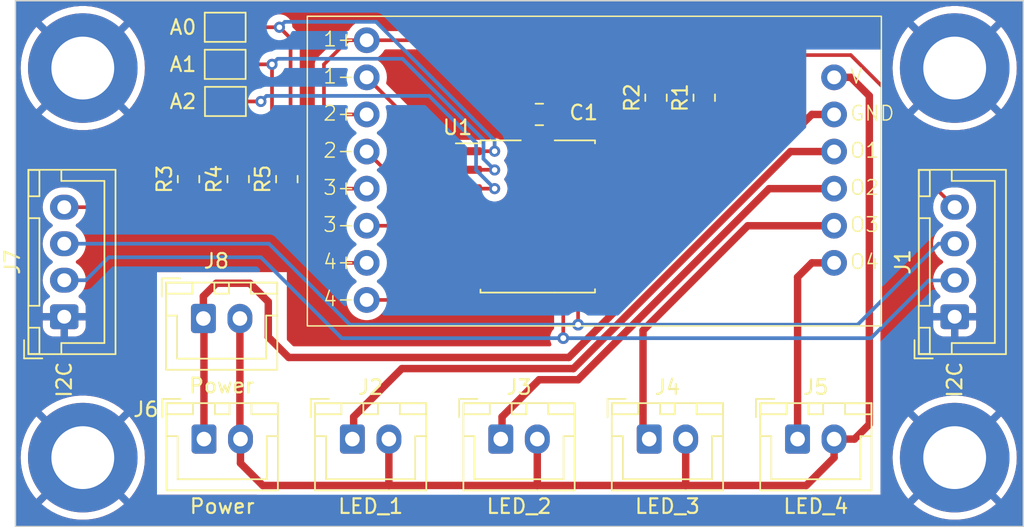
<source format=kicad_pcb>
(kicad_pcb (version 20221018) (generator pcbnew)
  (layers (0 "F.Cu" signal) (31 "B.Cu" signal) (34 "B.Paste" user) (35 "F.Paste" user) (36 "B.SilkS" user "B.Silkscreen") (37 "F.SilkS" user "F.Silkscreen") (38 "B.Mask" user) (39 "F.Mask" user) (44 "Edge.Cuts" user))
  (net 0 "")
  (net 1 "+VSW")
  (net 2 "GND")
  (net 3 "SDA")
  (net 4 "SCL")
  (net 5 "LED_1")
  (net 6 "LED_2")
  (net 7 "LED_3")
  (net 8 "LED_4")
  (net 10 "LED_4_24V")
  (net 11 "LED_3_24V")
  (net 12 "LED_2_24V")
  (net 13 "LED_1_24V")
  (net 14 "GND2")
  (net 15 "+24V")
  (net 16 "Net-(JP1-B)")
  (net 17 "Net-(JP2-B)")
  (net 18 "Net-(JP3-B)")
  (footprint "Connector_JST:JST_XH_B2B-XH-A_1x02_P2.50mm_Vertical" (layer "F.Cu") (at 62.865 71.755)
    (fp_text reference "J8" (at 0.889 -3.937) (layer "F.SilkS"))
    (fp_text value "Power" (at 1.25 4.6) (layer "F.SilkS"))
    (fp_line (start -2.85 -2.75) (end -2.85 -1.5) (stroke (width 0.12)) (layer "F.SilkS"))
    (fp_line (start -2.56 -2.46) (end -2.56 3.51) (stroke (width 0.12)) (layer "F.SilkS"))
    (fp_line (start -2.56 3.51) (end 5.06 3.51) (stroke (width 0.12)) (layer "F.SilkS"))
    (fp_line (start -2.55 -2.45) (end -2.55 -1.7) (stroke (width 0.12)) (layer "F.SilkS"))
    (fp_line (start -2.55 -1.7) (end -0.75 -1.7) (stroke (width 0.12)) (layer "F.SilkS"))
    (fp_line (start -2.55 -0.2) (end -1.8 -0.2) (stroke (width 0.12)) (layer "F.SilkS"))
    (fp_line (start -1.8 -0.2) (end -1.8 2.75) (stroke (width 0.12)) (layer "F.SilkS"))
    (fp_line (start -1.8 2.75) (end 1.25 2.75) (stroke (width 0.12)) (layer "F.SilkS"))
    (fp_line (start -1.6 -2.75) (end -2.85 -2.75) (stroke (width 0.12)) (layer "F.SilkS"))
    (fp_line (start -0.75 -2.45) (end -2.55 -2.45) (stroke (width 0.12)) (layer "F.SilkS"))
    (fp_line (start -0.75 -1.7) (end -0.75 -2.45) (stroke (width 0.12)) (layer "F.SilkS"))
    (fp_line (start 0.75 -2.45) (end 0.75 -1.7) (stroke (width 0.12)) (layer "F.SilkS"))
    (fp_line (start 0.75 -1.7) (end 1.75 -1.7) (stroke (width 0.12)) (layer "F.SilkS"))
    (fp_line (start 1.75 -2.45) (end 0.75 -2.45) (stroke (width 0.12)) (layer "F.SilkS"))
    (fp_line (start 1.75 -1.7) (end 1.75 -2.45) (stroke (width 0.12)) (layer "F.SilkS"))
    (fp_line (start 3.25 -2.45) (end 3.25 -1.7) (stroke (width 0.12)) (layer "F.SilkS"))
    (fp_line (start 3.25 -1.7) (end 5.05 -1.7) (stroke (width 0.12)) (layer "F.SilkS"))
    (fp_line (start 4.3 -0.2) (end 4.3 2.75) (stroke (width 0.12)) (layer "F.SilkS"))
    (fp_line (start 4.3 2.75) (end 1.25 2.75) (stroke (width 0.12)) (layer "F.SilkS"))
    (fp_line (start 5.05 -2.45) (end 3.25 -2.45) (stroke (width 0.12)) (layer "F.SilkS"))
    (fp_line (start 5.05 -1.7) (end 5.05 -2.45) (stroke (width 0.12)) (layer "F.SilkS"))
    (fp_line (start 5.05 -0.2) (end 4.3 -0.2) (stroke (width 0.12)) (layer "F.SilkS"))
    (fp_line (start 5.06 -2.46) (end -2.56 -2.46) (stroke (width 0.12)) (layer "F.SilkS"))
    (fp_line (start 5.06 3.51) (end 5.06 -2.46) (stroke (width 0.12)) (layer "F.SilkS"))
    (pad "1" thru_hole roundrect (at 0 0) (size 1.7 2) (drill 1) (layers "*.Cu" "*.Mask") (roundrect_rratio 0.1470588235) (net 14 "GND2"))
    (pad "2" thru_hole oval (at 2.5 0) (size 1.7 2) (drill 1) (layers "*.Cu" "*.Mask") (net 15 "+24V"))
  )
  (footprint "Jumper:SolderJumper-2_P1.3mm_Open_Pad1.0x1.5mm" (layer "F.Cu") (at 64.359 54.356)
    (fp_text reference "JP2" hide)
    (fp_text value "A1" (at -2.891 0) (layer "F.SilkS"))
    (fp_line (start -1.4 -1) (end 1.4 -1) (stroke (width 0.12)) (layer "F.SilkS"))
    (fp_line (start -1.4 1) (end -1.4 -1) (stroke (width 0.12)) (layer "F.SilkS"))
    (fp_line (start 1.4 -1) (end 1.4 1) (stroke (width 0.12)) (layer "F.SilkS"))
    (fp_line (start 1.4 1) (end -1.4 1) (stroke (width 0.12)) (layer "F.SilkS"))
    (pad "1" smd rect (at -0.65 0) (size 1 1.5) (layers "F.Cu" "F.Mask") (net 2 "GND"))
    (pad "2" smd rect (at 0.65 0) (size 1 1.5) (layers "F.Cu" "F.Mask") (net 17 "Net-(JP2-B)"))
  )
  (footprint "Jumper:SolderJumper-2_P1.3mm_Open_Pad1.0x1.5mm" (layer "F.Cu") (at 64.374 56.896)
    (fp_text reference "JP3" hide)
    (fp_text value "A2" (at -2.906 0) (layer "F.SilkS"))
    (fp_line (start -1.4 -1) (end 1.4 -1) (stroke (width 0.12)) (layer "F.SilkS"))
    (fp_line (start -1.4 1) (end -1.4 -1) (stroke (width 0.12)) (layer "F.SilkS"))
    (fp_line (start 1.4 -1) (end 1.4 1) (stroke (width 0.12)) (layer "F.SilkS"))
    (fp_line (start 1.4 1) (end -1.4 1) (stroke (width 0.12)) (layer "F.SilkS"))
    (pad "1" smd rect (at -0.65 0) (size 1 1.5) (layers "F.Cu" "F.Mask") (net 2 "GND"))
    (pad "2" smd rect (at 0.65 0) (size 1 1.5) (layers "F.Cu" "F.Mask") (net 18 "Net-(JP3-B)"))
  )
  (footprint "Resistor_SMD:R_0805_2012Metric_Pad1.20x1.40mm_HandSolder" (layer "F.Cu") (at 68.58 62.214 90)
    (fp_text reference "R5" (at 0 -1.65 90) (layer "F.SilkS"))
    (fp_text value "10K")
    (fp_line (start -0.227064 -0.735) (end 0.227064 -0.735) (stroke (width 0.12)) (layer "F.SilkS"))
    (fp_line (start -0.227064 0.735) (end 0.227064 0.735) (stroke (width 0.12)) (layer "F.SilkS"))
    (pad "1" smd roundrect (at -1 0 90) (size 1.2 1.4) (layers "F.Cu" "F.Paste" "F.Mask") (roundrect_rratio 0.208333) (net 1 "+VSW"))
    (pad "2" smd roundrect (at 1 0 90) (size 1.2 1.4) (layers "F.Cu" "F.Paste" "F.Mask") (roundrect_rratio 0.208333) (net 16 "Net-(JP1-B)"))
  )
  (footprint "MountingHole:MountingHole_4.3mm_M4_DIN965_Pad" (layer "F.Cu") (at 114.3 54.61)
    (fp_text reference "H4" hide)
    (fp_text value "MountingHole_Pad" hide)
    (pad "1" thru_hole circle (at 0 0) (size 7.5 7.5) (drill 4.3) (layers "*.Cu" "*.Mask") (net 2 "GND"))
  )
  (footprint "Connector_JST:JST_XH_B2B-XH-A_1x02_P2.50mm_Vertical" (layer "F.Cu") (at 93.385 80.01)
    (fp_text reference "J4" (at 1.25 -3.55) (layer "F.SilkS"))
    (fp_text value "LED_3" (at 1.25 4.6) (layer "F.SilkS"))
    (fp_line (start -2.85 -2.75) (end -2.85 -1.5) (stroke (width 0.12)) (layer "F.SilkS"))
    (fp_line (start -2.56 -2.46) (end -2.56 3.51) (stroke (width 0.12)) (layer "F.SilkS"))
    (fp_line (start -2.56 3.51) (end 5.06 3.51) (stroke (width 0.12)) (layer "F.SilkS"))
    (fp_line (start -2.55 -2.45) (end -2.55 -1.7) (stroke (width 0.12)) (layer "F.SilkS"))
    (fp_line (start -2.55 -1.7) (end -0.75 -1.7) (stroke (width 0.12)) (layer "F.SilkS"))
    (fp_line (start -2.55 -0.2) (end -1.8 -0.2) (stroke (width 0.12)) (layer "F.SilkS"))
    (fp_line (start -1.8 -0.2) (end -1.8 2.75) (stroke (width 0.12)) (layer "F.SilkS"))
    (fp_line (start -1.8 2.75) (end 1.25 2.75) (stroke (width 0.12)) (layer "F.SilkS"))
    (fp_line (start -1.6 -2.75) (end -2.85 -2.75) (stroke (width 0.12)) (layer "F.SilkS"))
    (fp_line (start -0.75 -2.45) (end -2.55 -2.45) (stroke (width 0.12)) (layer "F.SilkS"))
    (fp_line (start -0.75 -1.7) (end -0.75 -2.45) (stroke (width 0.12)) (layer "F.SilkS"))
    (fp_line (start 0.75 -2.45) (end 0.75 -1.7) (stroke (width 0.12)) (layer "F.SilkS"))
    (fp_line (start 0.75 -1.7) (end 1.75 -1.7) (stroke (width 0.12)) (layer "F.SilkS"))
    (fp_line (start 1.75 -2.45) (end 0.75 -2.45) (stroke (width 0.12)) (layer "F.SilkS"))
    (fp_line (start 1.75 -1.7) (end 1.75 -2.45) (stroke (width 0.12)) (layer "F.SilkS"))
    (fp_line (start 3.25 -2.45) (end 3.25 -1.7) (stroke (width 0.12)) (layer "F.SilkS"))
    (fp_line (start 3.25 -1.7) (end 5.05 -1.7) (stroke (width 0.12)) (layer "F.SilkS"))
    (fp_line (start 4.3 -0.2) (end 4.3 2.75) (stroke (width 0.12)) (layer "F.SilkS"))
    (fp_line (start 4.3 2.75) (end 1.25 2.75) (stroke (width 0.12)) (layer "F.SilkS"))
    (fp_line (start 5.05 -2.45) (end 3.25 -2.45) (stroke (width 0.12)) (layer "F.SilkS"))
    (fp_line (start 5.05 -1.7) (end 5.05 -2.45) (stroke (width 0.12)) (layer "F.SilkS"))
    (fp_line (start 5.05 -0.2) (end 4.3 -0.2) (stroke (width 0.12)) (layer "F.SilkS"))
    (fp_line (start 5.06 -2.46) (end -2.56 -2.46) (stroke (width 0.12)) (layer "F.SilkS"))
    (fp_line (start 5.06 3.51) (end 5.06 -2.46) (stroke (width 0.12)) (layer "F.SilkS"))
    (pad "1" thru_hole roundrect (at 0 0) (size 1.7 2) (drill 1) (layers "*.Cu" "*.Mask") (roundrect_rratio 0.1470588235) (net 11 "LED_3_24V"))
    (pad "2" thru_hole oval (at 2.5 0) (size 1.7 2) (drill 1) (layers "*.Cu" "*.Mask") (net 15 "+24V"))
  )
  (footprint "Connector_JST:JST_XH_B2B-XH-A_1x02_P2.50mm_Vertical" (layer "F.Cu") (at 83.225 80.01)
    (fp_text reference "J3" (at 1.25 -3.55) (layer "F.SilkS"))
    (fp_text value "LED_2" (at 1.25 4.6) (layer "F.SilkS"))
    (fp_line (start -2.85 -2.75) (end -2.85 -1.5) (stroke (width 0.12)) (layer "F.SilkS"))
    (fp_line (start -2.56 -2.46) (end -2.56 3.51) (stroke (width 0.12)) (layer "F.SilkS"))
    (fp_line (start -2.56 3.51) (end 5.06 3.51) (stroke (width 0.12)) (layer "F.SilkS"))
    (fp_line (start -2.55 -2.45) (end -2.55 -1.7) (stroke (width 0.12)) (layer "F.SilkS"))
    (fp_line (start -2.55 -1.7) (end -0.75 -1.7) (stroke (width 0.12)) (layer "F.SilkS"))
    (fp_line (start -2.55 -0.2) (end -1.8 -0.2) (stroke (width 0.12)) (layer "F.SilkS"))
    (fp_line (start -1.8 -0.2) (end -1.8 2.75) (stroke (width 0.12)) (layer "F.SilkS"))
    (fp_line (start -1.8 2.75) (end 1.25 2.75) (stroke (width 0.12)) (layer "F.SilkS"))
    (fp_line (start -1.6 -2.75) (end -2.85 -2.75) (stroke (width 0.12)) (layer "F.SilkS"))
    (fp_line (start -0.75 -2.45) (end -2.55 -2.45) (stroke (width 0.12)) (layer "F.SilkS"))
    (fp_line (start -0.75 -1.7) (end -0.75 -2.45) (stroke (width 0.12)) (layer "F.SilkS"))
    (fp_line (start 0.75 -2.45) (end 0.75 -1.7) (stroke (width 0.12)) (layer "F.SilkS"))
    (fp_line (start 0.75 -1.7) (end 1.75 -1.7) (stroke (width 0.12)) (layer "F.SilkS"))
    (fp_line (start 1.75 -2.45) (end 0.75 -2.45) (stroke (width 0.12)) (layer "F.SilkS"))
    (fp_line (start 1.75 -1.7) (end 1.75 -2.45) (stroke (width 0.12)) (layer "F.SilkS"))
    (fp_line (start 3.25 -2.45) (end 3.25 -1.7) (stroke (width 0.12)) (layer "F.SilkS"))
    (fp_line (start 3.25 -1.7) (end 5.05 -1.7) (stroke (width 0.12)) (layer "F.SilkS"))
    (fp_line (start 4.3 -0.2) (end 4.3 2.75) (stroke (width 0.12)) (layer "F.SilkS"))
    (fp_line (start 4.3 2.75) (end 1.25 2.75) (stroke (width 0.12)) (layer "F.SilkS"))
    (fp_line (start 5.05 -2.45) (end 3.25 -2.45) (stroke (width 0.12)) (layer "F.SilkS"))
    (fp_line (start 5.05 -1.7) (end 5.05 -2.45) (stroke (width 0.12)) (layer "F.SilkS"))
    (fp_line (start 5.05 -0.2) (end 4.3 -0.2) (stroke (width 0.12)) (layer "F.SilkS"))
    (fp_line (start 5.06 -2.46) (end -2.56 -2.46) (stroke (width 0.12)) (layer "F.SilkS"))
    (fp_line (start 5.06 3.51) (end 5.06 -2.46) (stroke (width 0.12)) (layer "F.SilkS"))
    (pad "1" thru_hole roundrect (at 0 0) (size 1.7 2) (drill 1) (layers "*.Cu" "*.Mask") (roundrect_rratio 0.1470588235) (net 12 "LED_2_24V"))
    (pad "2" thru_hole oval (at 2.5 0) (size 1.7 2) (drill 1) (layers "*.Cu" "*.Mask") (net 15 "+24V"))
  )
  (footprint "Capacitor_SMD:C_0805_2012Metric_Pad1.18x1.45mm_HandSolder" (layer "F.Cu") (at 85.86625 57.785 180)
    (fp_text reference "C1" (at -3.03375 0.127) (layer "F.SilkS"))
    (fp_text value "C")
    (fp_line (start -0.261252 -0.735) (end 0.261252 -0.735) (stroke (width 0.12)) (layer "F.SilkS"))
    (fp_line (start -0.261252 0.735) (end 0.261252 0.735) (stroke (width 0.12)) (layer "F.SilkS"))
    (pad "1" smd roundrect (at -1.0375 0 180) (size 1.175 1.45) (layers "F.Cu" "F.Paste" "F.Mask") (roundrect_rratio 0.2127659574) (net 1 "+VSW"))
    (pad "2" smd roundrect (at 1.0375 0 180) (size 1.175 1.45) (layers "F.Cu" "F.Paste" "F.Mask") (roundrect_rratio 0.2127659574) (net 2 "GND"))
  )
  (footprint "Resistor_SMD:R_0805_2012Metric_Pad1.20x1.40mm_HandSolder" (layer "F.Cu") (at 61.849 62.214 90)
    (fp_text reference "R3" (at 0 -1.65 90) (layer "F.SilkS"))
    (fp_text value "10K")
    (fp_line (start -0.227064 -0.735) (end 0.227064 -0.735) (stroke (width 0.12)) (layer "F.SilkS"))
    (fp_line (start -0.227064 0.735) (end 0.227064 0.735) (stroke (width 0.12)) (layer "F.SilkS"))
    (pad "1" smd roundrect (at -1 0 90) (size 1.2 1.4) (layers "F.Cu" "F.Paste" "F.Mask") (roundrect_rratio 0.208333) (net 1 "+VSW"))
    (pad "2" smd roundrect (at 1 0 90) (size 1.2 1.4) (layers "F.Cu" "F.Paste" "F.Mask") (roundrect_rratio 0.208333) (net 18 "Net-(JP3-B)"))
  )
  (footprint "MountingHole:MountingHole_4.3mm_M4_DIN965_Pad" (layer "F.Cu") (at 54.61 54.61)
    (fp_text reference "H2" hide)
    (fp_text value "MountingHole_Pad" hide)
    (pad "1" thru_hole circle (at 0 0) (size 7.5 7.5) (drill 4.3) (layers "*.Cu" "*.Mask") (net 2 "GND"))
  )
  (footprint "MountingHole:MountingHole_4.3mm_M4_DIN965_Pad" (layer "F.Cu") (at 54.61 81.28)
    (fp_text reference "H3" hide)
    (fp_text value "MountingHole_Pad" hide)
    (pad "1" thru_hole circle (at 0 0) (size 7.5 7.5) (drill 4.3) (layers "*.Cu" "*.Mask") (net 2 "GND"))
  )
  (footprint "Connector_JST:JST_XH_B2B-XH-A_1x02_P2.50mm_Vertical" (layer "F.Cu") (at 103.545 80.01)
    (fp_text reference "J5" (at 1.25 -3.55) (layer "F.SilkS"))
    (fp_text value "LED_4" (at 1.25 4.6) (layer "F.SilkS"))
    (fp_line (start -2.85 -2.75) (end -2.85 -1.5) (stroke (width 0.12)) (layer "F.SilkS"))
    (fp_line (start -2.56 -2.46) (end -2.56 3.51) (stroke (width 0.12)) (layer "F.SilkS"))
    (fp_line (start -2.56 3.51) (end 5.06 3.51) (stroke (width 0.12)) (layer "F.SilkS"))
    (fp_line (start -2.55 -2.45) (end -2.55 -1.7) (stroke (width 0.12)) (layer "F.SilkS"))
    (fp_line (start -2.55 -1.7) (end -0.75 -1.7) (stroke (width 0.12)) (layer "F.SilkS"))
    (fp_line (start -2.55 -0.2) (end -1.8 -0.2) (stroke (width 0.12)) (layer "F.SilkS"))
    (fp_line (start -1.8 -0.2) (end -1.8 2.75) (stroke (width 0.12)) (layer "F.SilkS"))
    (fp_line (start -1.8 2.75) (end 1.25 2.75) (stroke (width 0.12)) (layer "F.SilkS"))
    (fp_line (start -1.6 -2.75) (end -2.85 -2.75) (stroke (width 0.12)) (layer "F.SilkS"))
    (fp_line (start -0.75 -2.45) (end -2.55 -2.45) (stroke (width 0.12)) (layer "F.SilkS"))
    (fp_line (start -0.75 -1.7) (end -0.75 -2.45) (stroke (width 0.12)) (layer "F.SilkS"))
    (fp_line (start 0.75 -2.45) (end 0.75 -1.7) (stroke (width 0.12)) (layer "F.SilkS"))
    (fp_line (start 0.75 -1.7) (end 1.75 -1.7) (stroke (width 0.12)) (layer "F.SilkS"))
    (fp_line (start 1.75 -2.45) (end 0.75 -2.45) (stroke (width 0.12)) (layer "F.SilkS"))
    (fp_line (start 1.75 -1.7) (end 1.75 -2.45) (stroke (width 0.12)) (layer "F.SilkS"))
    (fp_line (start 3.25 -2.45) (end 3.25 -1.7) (stroke (width 0.12)) (layer "F.SilkS"))
    (fp_line (start 3.25 -1.7) (end 5.05 -1.7) (stroke (width 0.12)) (layer "F.SilkS"))
    (fp_line (start 4.3 -0.2) (end 4.3 2.75) (stroke (width 0.12)) (layer "F.SilkS"))
    (fp_line (start 4.3 2.75) (end 1.25 2.75) (stroke (width 0.12)) (layer "F.SilkS"))
    (fp_line (start 5.05 -2.45) (end 3.25 -2.45) (stroke (width 0.12)) (layer "F.SilkS"))
    (fp_line (start 5.05 -1.7) (end 5.05 -2.45) (stroke (width 0.12)) (layer "F.SilkS"))
    (fp_line (start 5.05 -0.2) (end 4.3 -0.2) (stroke (width 0.12)) (layer "F.SilkS"))
    (fp_line (start 5.06 -2.46) (end -2.56 -2.46) (stroke (width 0.12)) (layer "F.SilkS"))
    (fp_line (start 5.06 3.51) (end 5.06 -2.46) (stroke (width 0.12)) (layer "F.SilkS"))
    (pad "1" thru_hole roundrect (at 0 0) (size 1.7 2) (drill 1) (layers "*.Cu" "*.Mask") (roundrect_rratio 0.1470588235) (net 10 "LED_4_24V"))
    (pad "2" thru_hole oval (at 2.5 0) (size 1.7 2) (drill 1) (layers "*.Cu" "*.Mask") (net 15 "+24V"))
  )
  (footprint "MountingHole:MountingHole_4.3mm_M4_DIN965_Pad" (layer "F.Cu") (at 114.3 81.28)
    (fp_text reference "H1" hide)
    (fp_text value "MountingHole_Pad" hide)
    (pad "1" thru_hole circle (at 0 0) (size 7.5 7.5) (drill 4.3) (layers "*.Cu" "*.Mask") (net 2 "GND"))
  )
  (footprint "Resistor_SMD:R_0805_2012Metric_Pad1.20x1.40mm_HandSolder" (layer "F.Cu") (at 65.249 62.214 90)
    (fp_text reference "R4" (at 0 -1.65 90) (layer "F.SilkS"))
    (fp_text value "10K")
    (fp_line (start -0.227064 -0.735) (end 0.227064 -0.735) (stroke (width 0.12)) (layer "F.SilkS"))
    (fp_line (start -0.227064 0.735) (end 0.227064 0.735) (stroke (width 0.12)) (layer "F.SilkS"))
    (pad "1" smd roundrect (at -1 0 90) (size 1.2 1.4) (layers "F.Cu" "F.Paste" "F.Mask") (roundrect_rratio 0.208333) (net 1 "+VSW"))
    (pad "2" smd roundrect (at 1 0 90) (size 1.2 1.4) (layers "F.Cu" "F.Paste" "F.Mask") (roundrect_rratio 0.208333) (net 17 "Net-(JP2-B)"))
  )
  (footprint "Connector_JST:JST_XH_B2B-XH-A_1x02_P2.50mm_Vertical" (layer "F.Cu") (at 73.065 80.01)
    (fp_text reference "J2" (at 1.25 -3.55) (layer "F.SilkS"))
    (fp_text value "LED_1" (at 1.25 4.6) (layer "F.SilkS"))
    (fp_line (start -2.85 -2.75) (end -2.85 -1.5) (stroke (width 0.12)) (layer "F.SilkS"))
    (fp_line (start -2.56 -2.46) (end -2.56 3.51) (stroke (width 0.12)) (layer "F.SilkS"))
    (fp_line (start -2.56 3.51) (end 5.06 3.51) (stroke (width 0.12)) (layer "F.SilkS"))
    (fp_line (start -2.55 -2.45) (end -2.55 -1.7) (stroke (width 0.12)) (layer "F.SilkS"))
    (fp_line (start -2.55 -1.7) (end -0.75 -1.7) (stroke (width 0.12)) (layer "F.SilkS"))
    (fp_line (start -2.55 -0.2) (end -1.8 -0.2) (stroke (width 0.12)) (layer "F.SilkS"))
    (fp_line (start -1.8 -0.2) (end -1.8 2.75) (stroke (width 0.12)) (layer "F.SilkS"))
    (fp_line (start -1.8 2.75) (end 1.25 2.75) (stroke (width 0.12)) (layer "F.SilkS"))
    (fp_line (start -1.6 -2.75) (end -2.85 -2.75) (stroke (width 0.12)) (layer "F.SilkS"))
    (fp_line (start -0.75 -2.45) (end -2.55 -2.45) (stroke (width 0.12)) (layer "F.SilkS"))
    (fp_line (start -0.75 -1.7) (end -0.75 -2.45) (stroke (width 0.12)) (layer "F.SilkS"))
    (fp_line (start 0.75 -2.45) (end 0.75 -1.7) (stroke (width 0.12)) (layer "F.SilkS"))
    (fp_line (start 0.75 -1.7) (end 1.75 -1.7) (stroke (width 0.12)) (layer "F.SilkS"))
    (fp_line (start 1.75 -2.45) (end 0.75 -2.45) (stroke (width 0.12)) (layer "F.SilkS"))
    (fp_line (start 1.75 -1.7) (end 1.75 -2.45) (stroke (width 0.12)) (layer "F.SilkS"))
    (fp_line (start 3.25 -2.45) (end 3.25 -1.7) (stroke (width 0.12)) (layer "F.SilkS"))
    (fp_line (start 3.25 -1.7) (end 5.05 -1.7) (stroke (width 0.12)) (layer "F.SilkS"))
    (fp_line (start 4.3 -0.2) (end 4.3 2.75) (stroke (width 0.12)) (layer "F.SilkS"))
    (fp_line (start 4.3 2.75) (end 1.25 2.75) (stroke (width 0.12)) (layer "F.SilkS"))
    (fp_line (start 5.05 -2.45) (end 3.25 -2.45) (stroke (width 0.12)) (layer "F.SilkS"))
    (fp_line (start 5.05 -1.7) (end 5.05 -2.45) (stroke (width 0.12)) (layer "F.SilkS"))
    (fp_line (start 5.05 -0.2) (end 4.3 -0.2) (stroke (width 0.12)) (layer "F.SilkS"))
    (fp_line (start 5.06 -2.46) (end -2.56 -2.46) (stroke (width 0.12)) (layer "F.SilkS"))
    (fp_line (start 5.06 3.51) (end 5.06 -2.46) (stroke (width 0.12)) (layer "F.SilkS"))
    (pad "1" thru_hole roundrect (at 0 0) (size 1.7 2) (drill 1) (layers "*.Cu" "*.Mask") (roundrect_rratio 0.1470588235) (net 13 "LED_1_24V"))
    (pad "2" thru_hole oval (at 2.5 0) (size 1.7 2) (drill 1) (layers "*.Cu" "*.Mask") (net 15 "+24V"))
  )
  (footprint "Jumper:SolderJumper-2_P1.3mm_Open_Pad1.0x1.5mm" (layer "F.Cu") (at 64.359 51.816)
    (fp_text reference "JP1" hide)
    (fp_text value "A0" (at -2.891 0) (layer "F.SilkS"))
    (fp_line (start -1.4 -1) (end 1.4 -1) (stroke (width 0.12)) (layer "F.SilkS"))
    (fp_line (start -1.4 1) (end -1.4 -1) (stroke (width 0.12)) (layer "F.SilkS"))
    (fp_line (start 1.4 -1) (end 1.4 1) (stroke (width 0.12)) (layer "F.SilkS"))
    (fp_line (start 1.4 1) (end -1.4 1) (stroke (width 0.12)) (layer "F.SilkS"))
    (pad "1" smd rect (at -0.65 0) (size 1 1.5) (layers "F.Cu" "F.Mask") (net 2 "GND"))
    (pad "2" smd rect (at 0.65 0) (size 1 1.5) (layers "F.Cu" "F.Mask") (net 16 "Net-(JP1-B)"))
  )
  (footprint "Resistor_SMD:R_0805_2012Metric_Pad1.20x1.40mm_HandSolder" (layer "F.Cu") (at 93.853 56.642 90)
    (fp_text reference "R2" (at 0 -1.65 90) (layer "F.SilkS"))
    (fp_text value "10K")
    (fp_line (start -0.227064 -0.735) (end 0.227064 -0.735) (stroke (width 0.12)) (layer "F.SilkS"))
    (fp_line (start -0.227064 0.735) (end 0.227064 0.735) (stroke (width 0.12)) (layer "F.SilkS"))
    (pad "1" smd roundrect (at -1 0 90) (size 1.2 1.4) (layers "F.Cu" "F.Paste" "F.Mask") (roundrect_rratio 0.2083333333) (net 3 "SDA"))
    (pad "2" smd roundrect (at 1 0 90) (size 1.2 1.4) (layers "F.Cu" "F.Paste" "F.Mask") (roundrect_rratio 0.2083333333) (net 1 "+VSW"))
  )
  (footprint "Connector_JST:JST_XH_B4B-XH-A_1x04_P2.50mm_Vertical" (layer "F.Cu") (at 53.34 71.635 90)
    (fp_text reference "J7" (at 3.75 -3.55 90) (layer "F.SilkS"))
    (fp_text value "I2C" (at -4.311 0 90) (layer "F.SilkS"))
    (fp_line (start -2.85 -2.75) (end -2.85 -1.5) (stroke (width 0.12)) (layer "F.SilkS"))
    (fp_line (start -2.56 -2.46) (end -2.56 3.51) (stroke (width 0.12)) (layer "F.SilkS"))
    (fp_line (start -2.56 3.51) (end 10.06 3.51) (stroke (width 0.12)) (layer "F.SilkS"))
    (fp_line (start -2.55 -2.45) (end -2.55 -1.7) (stroke (width 0.12)) (layer "F.SilkS"))
    (fp_line (start -2.55 -1.7) (end -0.75 -1.7) (stroke (width 0.12)) (layer "F.SilkS"))
    (fp_line (start -2.55 -0.2) (end -1.8 -0.2) (stroke (width 0.12)) (layer "F.SilkS"))
    (fp_line (start -1.8 -0.2) (end -1.8 2.75) (stroke (width 0.12)) (layer "F.SilkS"))
    (fp_line (start -1.8 2.75) (end 3.75 2.75) (stroke (width 0.12)) (layer "F.SilkS"))
    (fp_line (start -1.6 -2.75) (end -2.85 -2.75) (stroke (width 0.12)) (layer "F.SilkS"))
    (fp_line (start -0.75 -2.45) (end -2.55 -2.45) (stroke (width 0.12)) (layer "F.SilkS"))
    (fp_line (start -0.75 -1.7) (end -0.75 -2.45) (stroke (width 0.12)) (layer "F.SilkS"))
    (fp_line (start 0.75 -2.45) (end 0.75 -1.7) (stroke (width 0.12)) (layer "F.SilkS"))
    (fp_line (start 0.75 -1.7) (end 6.75 -1.7) (stroke (width 0.12)) (layer "F.SilkS"))
    (fp_line (start 6.75 -2.45) (end 0.75 -2.45) (stroke (width 0.12)) (layer "F.SilkS"))
    (fp_line (start 6.75 -1.7) (end 6.75 -2.45) (stroke (width 0.12)) (layer "F.SilkS"))
    (fp_line (start 8.25 -2.45) (end 8.25 -1.7) (stroke (width 0.12)) (layer "F.SilkS"))
    (fp_line (start 8.25 -1.7) (end 10.05 -1.7) (stroke (width 0.12)) (layer "F.SilkS"))
    (fp_line (start 9.3 -0.2) (end 9.3 2.75) (stroke (width 0.12)) (layer "F.SilkS"))
    (fp_line (start 9.3 2.75) (end 3.75 2.75) (stroke (width 0.12)) (layer "F.SilkS"))
    (fp_line (start 10.05 -2.45) (end 8.25 -2.45) (stroke (width 0.12)) (layer "F.SilkS"))
    (fp_line (start 10.05 -1.7) (end 10.05 -2.45) (stroke (width 0.12)) (layer "F.SilkS"))
    (fp_line (start 10.05 -0.2) (end 9.3 -0.2) (stroke (width 0.12)) (layer "F.SilkS"))
    (fp_line (start 10.06 -2.46) (end -2.56 -2.46) (stroke (width 0.12)) (layer "F.SilkS"))
    (fp_line (start 10.06 3.51) (end 10.06 -2.46) (stroke (width 0.12)) (layer "F.SilkS"))
    (pad "1" thru_hole roundrect (at 0 0 90) (size 1.7 1.95) (drill 0.95) (layers "*.Cu" "*.Mask") (roundrect_rratio 0.1470588235) (net 2 "GND"))
    (pad "2" thru_hole oval (at 2.5 0 90) (size 1.7 1.95) (drill 0.95) (layers "*.Cu" "*.Mask") (net 3 "SDA"))
    (pad "3" thru_hole oval (at 5 0 90) (size 1.7 1.95) (drill 0.95) (layers "*.Cu" "*.Mask") (net 4 "SCL"))
    (pad "4" thru_hole oval (at 7.5 0 90) (size 1.7 1.95) (drill 0.95) (layers "*.Cu" "*.Mask") (net 1 "+VSW"))
  )
  (footprint "Library:SO-16_7,7x10.2mm_P1.27mm-PCF8574" (layer "F.Cu") (at 84.59625 64.77)
    (fp_text reference "U1" (at -4.33225 -6.096) (layer "F.SilkS"))
    (fp_text value "PCF8574")
    (fp_line (start -2.76 -5.21) (end -2.76 -5.005) (stroke (width 0.12)) (layer "F.SilkS"))
    (fp_line (start -2.76 -5.005) (end -4.45 -5.005) (stroke (width 0.12)) (layer "F.SilkS"))
    (fp_line (start -2.76 5.21) (end -2.76 5.005) (stroke (width 0.12)) (layer "F.SilkS"))
    (fp_line (start 0 -5.21) (end -2.76 -5.21) (stroke (width 0.12)) (layer "F.SilkS"))
    (fp_line (start 2.32 -5.21) (end 5.08 -5.21) (stroke (width 0.12)) (layer "F.SilkS"))
    (fp_line (start 2.32 5.21) (end -2.76 5.21) (stroke (width 0.12)) (layer "F.SilkS"))
    (fp_line (start 2.32 5.21) (end 5.08 5.21) (stroke (width 0.12)) (layer "F.SilkS"))
    (fp_line (start 5.08 -5.21) (end 5.08 -5.005) (stroke (width 0.12)) (layer "F.SilkS"))
    (fp_line (start 5.08 5.1825) (end 5.08 4.9775) (stroke (width 0.12)) (layer "F.SilkS"))
    (pad "1" smd roundrect (at -3.81 -4.468) (size 2.291 0.554) (layers "F.Cu" "F.Paste" "F.Mask") (net 16 "Net-(JP1-B)"))
    (pad "2" smd roundrect (at -3.81 -3.198) (size 2.291 0.554) (layers "F.Cu" "F.Paste" "F.Mask") (net 17 "Net-(JP2-B)"))
    (pad "3" smd roundrect (at -3.81 -1.905) (size 2.291 0.6) (layers "F.Cu" "F.Paste" "F.Mask") (net 18 "Net-(JP3-B)"))
    (pad "4" smd roundrect (at -3.81 -0.635) (size 2.291 0.6) (layers "F.Cu" "F.Paste" "F.Mask") (net 5 "LED_1"))
    (pad "5" smd roundrect (at -3.81 0.612) (size 2.291 0.554) (layers "F.Cu" "F.Paste" "F.Mask") (net 6 "LED_2"))
    (pad "6" smd roundrect (at -3.81 1.905) (size 2.291 0.6) (layers "F.Cu" "F.Paste" "F.Mask") (net 7 "LED_3"))
    (pad "7" smd roundrect (at -3.81 3.152) (size 2.291 0.554) (layers "F.Cu" "F.Paste" "F.Mask") (net 8 "LED_4"))
    (pad "8" smd roundrect (at -3.81 4.422) (size 2.291 0.554) (layers "F.Cu" "F.Paste" "F.Mask") (net 2 "GND"))
    (pad "9" smd roundrect (at 6.20875 4.445) (size 2.2575 0.6) (layers "F.Cu" "F.Paste" "F.Mask"))
    (pad "10" smd roundrect (at 6.20875 3.175) (size 2.2575 0.6) (layers "F.Cu" "F.Paste" "F.Mask"))
    (pad "11" smd roundrect (at 6.20875 1.905) (size 2.2575 0.6) (layers "F.Cu" "F.Paste" "F.Mask"))
    (pad "12" smd roundrect (at 6.20875 0.635) (size 2.2575 0.6) (layers "F.Cu" "F.Paste" "F.Mask"))
    (pad "13" smd roundrect (at 6.20875 -0.635) (size 2.2575 0.6) (layers "F.Cu" "F.Paste" "F.Mask"))
    (pad "14" smd roundrect (at 6.20875 -1.905) (size 2.2575 0.6) (layers "F.Cu" "F.Paste" "F.Mask") (net 4 "SCL"))
    (pad "15" smd roundrect (at 6.20875 -3.175) (size 2.2575 0.6) (layers "F.Cu" "F.Paste" "F.Mask") (net 3 "SDA"))
    (pad "16" smd roundrect (at 6.20875 -4.445) (size 2.2575 0.6) (layers "F.Cu" "F.Paste" "F.Mask") (net 1 "+VSW"))
  )
  (footprint "Connector_JST:JST_XH_B4B-XH-A_1x04_P2.50mm_Vertical" (layer "F.Cu") (at 114.3 71.635 90)
    (fp_text reference "J1" (at 3.75 -3.55 90) (layer "F.SilkS"))
    (fp_text value "I2C" (at -4.311 0 90) (layer "F.SilkS"))
    (fp_line (start -2.85 -2.75) (end -2.85 -1.5) (stroke (width 0.12)) (layer "F.SilkS"))
    (fp_line (start -2.56 -2.46) (end -2.56 3.51) (stroke (width 0.12)) (layer "F.SilkS"))
    (fp_line (start -2.56 3.51) (end 10.06 3.51) (stroke (width 0.12)) (layer "F.SilkS"))
    (fp_line (start -2.55 -2.45) (end -2.55 -1.7) (stroke (width 0.12)) (layer "F.SilkS"))
    (fp_line (start -2.55 -1.7) (end -0.75 -1.7) (stroke (width 0.12)) (layer "F.SilkS"))
    (fp_line (start -2.55 -0.2) (end -1.8 -0.2) (stroke (width 0.12)) (layer "F.SilkS"))
    (fp_line (start -1.8 -0.2) (end -1.8 2.75) (stroke (width 0.12)) (layer "F.SilkS"))
    (fp_line (start -1.8 2.75) (end 3.75 2.75) (stroke (width 0.12)) (layer "F.SilkS"))
    (fp_line (start -1.6 -2.75) (end -2.85 -2.75) (stroke (width 0.12)) (layer "F.SilkS"))
    (fp_line (start -0.75 -2.45) (end -2.55 -2.45) (stroke (width 0.12)) (layer "F.SilkS"))
    (fp_line (start -0.75 -1.7) (end -0.75 -2.45) (stroke (width 0.12)) (layer "F.SilkS"))
    (fp_line (start 0.75 -2.45) (end 0.75 -1.7) (stroke (width 0.12)) (layer "F.SilkS"))
    (fp_line (start 0.75 -1.7) (end 6.75 -1.7) (stroke (width 0.12)) (layer "F.SilkS"))
    (fp_line (start 6.75 -2.45) (end 0.75 -2.45) (stroke (width 0.12)) (layer "F.SilkS"))
    (fp_line (start 6.75 -1.7) (end 6.75 -2.45) (stroke (width 0.12)) (layer "F.SilkS"))
    (fp_line (start 8.25 -2.45) (end 8.25 -1.7) (stroke (width 0.12)) (layer "F.SilkS"))
    (fp_line (start 8.25 -1.7) (end 10.05 -1.7) (stroke (width 0.12)) (layer "F.SilkS"))
    (fp_line (start 9.3 -0.2) (end 9.3 2.75) (stroke (width 0.12)) (layer "F.SilkS"))
    (fp_line (start 9.3 2.75) (end 3.75 2.75) (stroke (width 0.12)) (layer "F.SilkS"))
    (fp_line (start 10.05 -2.45) (end 8.25 -2.45) (stroke (width 0.12)) (layer "F.SilkS"))
    (fp_line (start 10.05 -1.7) (end 10.05 -2.45) (stroke (width 0.12)) (layer "F.SilkS"))
    (fp_line (start 10.05 -0.2) (end 9.3 -0.2) (stroke (width 0.12)) (layer "F.SilkS"))
    (fp_line (start 10.06 -2.46) (end -2.56 -2.46) (stroke (width 0.12)) (layer "F.SilkS"))
    (fp_line (start 10.06 3.51) (end 10.06 -2.46) (stroke (width 0.12)) (layer "F.SilkS"))
    (pad "1" thru_hole roundrect (at 0 0 90) (size 1.7 1.95) (drill 0.95) (layers "*.Cu" "*.Mask") (roundrect_rratio 0.1470588235) (net 2 "GND"))
    (pad "2" thru_hole oval (at 2.5 0 90) (size 1.7 1.95) (drill 0.95) (layers "*.Cu" "*.Mask") (net 3 "SDA"))
    (pad "3" thru_hole oval (at 5 0 90) (size 1.7 1.95) (drill 0.95) (layers "*.Cu" "*.Mask") (net 4 "SCL"))
    (pad "4" thru_hole oval (at 7.5 0 90) (size 1.7 1.95) (drill 0.95) (layers "*.Cu" "*.Mask") (net 1 "+VSW"))
  )
  (footprint "Connector_JST:JST_XH_B2B-XH-A_1x02_P2.50mm_Vertical" (layer "F.Cu") (at 62.905 80.01)
    (fp_text reference "J6" (at -3.977 -2.032) (layer "F.SilkS"))
    (fp_text value "Power" (at 1.25 4.6) (layer "F.SilkS"))
    (fp_line (start -2.85 -2.75) (end -2.85 -1.5) (stroke (width 0.12)) (layer "F.SilkS"))
    (fp_line (start -2.56 -2.46) (end -2.56 3.51) (stroke (width 0.12)) (layer "F.SilkS"))
    (fp_line (start -2.56 3.51) (end 5.06 3.51) (stroke (width 0.12)) (layer "F.SilkS"))
    (fp_line (start -2.55 -2.45) (end -2.55 -1.7) (stroke (width 0.12)) (layer "F.SilkS"))
    (fp_line (start -2.55 -1.7) (end -0.75 -1.7) (stroke (width 0.12)) (layer "F.SilkS"))
    (fp_line (start -2.55 -0.2) (end -1.8 -0.2) (stroke (width 0.12)) (layer "F.SilkS"))
    (fp_line (start -1.8 -0.2) (end -1.8 2.75) (stroke (width 0.12)) (layer "F.SilkS"))
    (fp_line (start -1.8 2.75) (end 1.25 2.75) (stroke (width 0.12)) (layer "F.SilkS"))
    (fp_line (start -1.6 -2.75) (end -2.85 -2.75) (stroke (width 0.12)) (layer "F.SilkS"))
    (fp_line (start -0.75 -2.45) (end -2.55 -2.45) (stroke (width 0.12)) (layer "F.SilkS"))
    (fp_line (start -0.75 -1.7) (end -0.75 -2.45) (stroke (width 0.12)) (layer "F.SilkS"))
    (fp_line (start 0.75 -2.45) (end 0.75 -1.7) (stroke (width 0.12)) (layer "F.SilkS"))
    (fp_line (start 0.75 -1.7) (end 1.75 -1.7) (stroke (width 0.12)) (layer "F.SilkS"))
    (fp_line (start 1.75 -2.45) (end 0.75 -2.45) (stroke (width 0.12)) (layer "F.SilkS"))
    (fp_line (start 1.75 -1.7) (end 1.75 -2.45) (stroke (width 0.12)) (layer "F.SilkS"))
    (fp_line (start 3.25 -2.45) (end 3.25 -1.7) (stroke (width 0.12)) (layer "F.SilkS"))
    (fp_line (start 3.25 -1.7) (end 5.05 -1.7) (stroke (width 0.12)) (layer "F.SilkS"))
    (fp_line (start 4.3 -0.2) (end 4.3 2.75) (stroke (width 0.12)) (layer "F.SilkS"))
    (fp_line (start 4.3 2.75) (end 1.25 2.75) (stroke (width 0.12)) (layer "F.SilkS"))
    (fp_line (start 5.05 -2.45) (end 3.25 -2.45) (stroke (width 0.12)) (layer "F.SilkS"))
    (fp_line (start 5.05 -1.7) (end 5.05 -2.45) (stroke (width 0.12)) (layer "F.SilkS"))
    (fp_line (start 5.05 -0.2) (end 4.3 -0.2) (stroke (width 0.12)) (layer "F.SilkS"))
    (fp_line (start 5.06 -2.46) (end -2.56 -2.46) (stroke (width 0.12)) (layer "F.SilkS"))
    (fp_line (start 5.06 3.51) (end 5.06 -2.46) (stroke (width 0.12)) (layer "F.SilkS"))
    (pad "1" thru_hole roundrect (at 0 0) (size 1.7 2) (drill 1) (layers "*.Cu" "*.Mask") (roundrect_rratio 0.1470588235) (net 14 "GND2"))
    (pad "2" thru_hole oval (at 2.5 0) (size 1.7 2) (drill 1) (layers "*.Cu" "*.Mask") (net 15 "+24V"))
  )
  (footprint "Library:OP714A04" (layer "F.Cu") (at 74.045 70.485)
    (fp_text reference "D1" hide)
    (fp_text value "~" hide)
    (fp_text user "2+" (at -3.048 -12.192 unlocked) (layer "F.SilkS") (effects (font (thickness 0.1)) (justify left bottom)))
    (fp_text user "3-" (at -3.048 -4.572 unlocked) (layer "F.SilkS") (effects (font (thickness 0.1)) (justify left bottom)))
    (fp_text user "3+" (at -3.048 -7.112 unlocked) (layer "F.SilkS") (effects (font (thickness 0.1)) (justify left bottom)))
    (fp_text user "GND" (at 33.02 -12.192 unlocked) (layer "F.SilkS") (effects (font (thickness 0.1)) (justify left bottom)))
    (fp_text user "4-" (at -3.048 0.508 unlocked) (layer "F.SilkS") (effects (font (thickness 0.1)) (justify left bottom)))
    (fp_text user "O4" (at 33.02 -2.032 unlocked) (layer "F.SilkS") (effects (font (thickness 0.1)) (justify left bottom)))
    (fp_text user "2-" (at -3.048 -9.652 unlocked) (layer "F.SilkS") (effects (font (thickness 0.1)) (justify left bottom)))
    (fp_text user "O3" (at 33.02 -4.572 unlocked) (layer "F.SilkS") (effects (font (thickness 0.1)) (justify left bottom)))
    (fp_text user "4+" (at -3.048 -2.032 unlocked) (layer "F.SilkS") (effects (font (thickness 0.1)) (justify left bottom)))
    (fp_text user "O1" (at 33.02 -9.652 unlocked) (layer "F.SilkS") (effects (font (thickness 0.1)) (justify left bottom)))
    (fp_text user "O2" (at 33.02 -7.112 unlocked) (layer "F.SilkS") (effects (font (thickness 0.1)) (justify left bottom)))
    (fp_text user "1-" (at -3.048 -14.732 unlocked) (layer "F.SilkS") (effects (font (thickness 0.1)) (justify left bottom)))
    (fp_text user "V" (at 33.02 -14.732 unlocked) (layer "F.SilkS") (effects (font (thickness 0.1)) (justify left bottom)))
    (fp_text user "1+" (at -3.048 -17.272 unlocked) (layer "F.SilkS") (effects (font (thickness 0.1)) (justify left bottom)))
    (fp_rect (start -4.064 -19.422) (end 35.236 1.778) (stroke (width 0.1)) (fill none) (layer "F.SilkS"))
    (pad "1" thru_hole circle (at 0 -17.78) (size 1.76 1.76) (drill 0.95) (layers "*.Cu" "*.Mask") (net 1 "+VSW"))
    (pad "2" thru_hole circle (at 0 -15.24) (size 1.76 1.76) (drill 0.95) (layers "*.Cu" "*.Mask") (net 5 "LED_1"))
    (pad "3" thru_hole circle (at 0 -12.7) (size 1.76 1.76) (drill 0.95) (layers "*.Cu" "*.Mask") (net 1 "+VSW"))
    (pad "4" thru_hole circle (at 0 -10.16) (size 1.76 1.76) (drill 0.95) (layers "*.Cu" "*.Mask") (net 6 "LED_2"))
    (pad "5" thru_hole circle (at 0 -7.62) (size 1.76 1.76) (drill 0.95) (layers "*.Cu" "*.Mask") (net 1 "+VSW"))
    (pad "6" thru_hole circle (at 0 -5.08) (size 1.76 1.76) (drill 0.95) (layers "*.Cu" "*.Mask") (net 7 "LED_3"))
    (pad "7" thru_hole circle (at 0 -2.54) (size 1.76 1.76) (drill 0.95) (layers "*.Cu" "*.Mask") (net 1 "+VSW"))
    (pad "8" thru_hole circle (at 0 0) (size 1.76 1.76) (drill 0.95) (layers "*.Cu" "*.Mask") (net 8 "LED_4"))
    (pad "9" thru_hole circle (at 32 -2.54) (size 1.76 1.76) (drill 0.95) (layers "*.Cu" "*.Mask") (net 10 "LED_4_24V"))
    (pad "10" thru_hole circle (at 32 -5.08) (size 1.76 1.76) (drill 0.95) (layers "*.Cu" "*.Mask") (net 11 "LED_3_24V"))
    (pad "11" thru_hole circle (at 32 -7.62) (size 1.76 1.76) (drill 0.95) (layers "*.Cu" "*.Mask") (net 12 "LED_2_24V"))
    (pad "12" thru_hole circle (at 32 -10.16) (size 1.76 1.76) (drill 0.95) (layers "*.Cu" "*.Mask") (net 13 "LED_1_24V"))
    (pad "13" thru_hole circle (at 32 -12.7) (size 1.76 1.76) (drill 0.95) (layers "*.Cu" "*.Mask") (net 14 "GND2"))
    (pad "14" thru_hole circle (at 32 -15.24) (size 1.76 1.76) (drill 0.95) (layers "*.Cu" "*.Mask") (net 15 "+24V"))
  )
  (footprint "Resistor_SMD:R_0805_2012Metric_Pad1.20x1.40mm_HandSolder" (layer "F.Cu") (at 97.155 56.642 90)
    (fp_text reference "R1" (at 0 -1.65 90) (layer "F.SilkS"))
    (fp_text value "10K")
    (fp_line (start -0.227064 -0.735) (end 0.227064 -0.735) (stroke (width 0.12)) (layer "F.SilkS"))
    (fp_line (start -0.227064 0.735) (end 0.227064 0.735) (stroke (width 0.12)) (layer "F.SilkS"))
    (pad "1" smd roundrect (at -1 0 90) (size 1.2 1.4) (layers "F.Cu" "F.Paste" "F.Mask") (roundrect_rratio 0.2083333333) (net 4 "SCL"))
    (pad "2" smd roundrect (at 1 0 90) (size 1.2 1.4) (layers "F.Cu" "F.Paste" "F.Mask") (roundrect_rratio 0.2083333333) (net 1 "+VSW"))
  )
  (gr_rect (start 50 50) (end 119 86) (stroke (width 0.1)) (fill none) (layer "Edge.Cuts"))
  (segment (start 93.726 55.642) (end 98.806 55.642) (width 0.25) (layer "F.Cu") (net 1))
  (segment (start 107.188 53.721) (end 100.727 53.721) (width 0.25) (layer "F.Cu") (net 1))
  (segment (start 70.993 64.135) (end 71.12 64.008) (width 0.25) (layer "F.Cu") (net 1))
  (segment (start 90.805 60.325) (end 90.805 55.642) (width 0.25) (layer "F.Cu") (net 1))
  (segment (start 74.045 62.865) (end 71.247 62.865) (width 0.25) (layer "F.Cu") (net 1))
  (segment (start 61.849 63.214) (end 61.849 64.135) (width 0.254) (layer "F.Cu") (net 1))
  (segment (start 72.263 67.945) (end 71.12 66.802) (width 0.25) (layer "F.Cu") (net 1))
  (segment (start 74.045 52.705) (end 85.217 52.705) (width 0.25) (layer "F.Cu") (net 1))
  (segment (start 71.12 54.356) (end 72.771 52.705) (width 0.25) (layer "F.Cu") (net 1))
  (segment (start 109.474 56.007) (end 107.188 53.721) (width 0.25) (layer "F.Cu") (net 1))
  (segment (start 71.247 62.865) (end 71.12 62.992) (width 0.25) (layer "F.Cu") (net 1))
  (segment (start 68.58 64.135) (end 70.993 64.135) (width 0.25) (layer "F.Cu") (net 1))
  (segment (start 61.849 64.135) (end 65.278 64.135) (width 0.25) (layer "F.Cu") (net 1))
  (segment (start 71.12 62.992) (end 71.12 57.658) (width 0.25) (layer "F.Cu") (net 1))
  (segment (start 74.045 57.785) (end 71.247 57.785) (width 0.25) (layer "F.Cu") (net 1))
  (segment (start 65.249 64.106) (end 65.278 64.135) (width 0.254) (layer "F.Cu") (net 1))
  (segment (start 68.58 63.214) (end 68.58 64.135) (width 0.254) (layer "F.Cu") (net 1))
  (segment (start 71.12 66.802) (end 71.12 64.008) (width 0.25) (layer "F.Cu") (net 1))
  (segment (start 100.727 53.721) (end 98.806 55.642) (width 0.25) (layer "F.Cu") (net 1))
  (segment (start 114.3 64.135) (end 109.474 59.309) (width 0.25) (layer "F.Cu") (net 1))
  (segment (start 109.474 59.309) (end 109.474 56.007) (width 0.25) (layer "F.Cu") (net 1))
  (segment (start 90.805 55.642) (end 86.91975 55.642) (width 0.25) (layer "F.Cu") (net 1))
  (segment (start 71.247 57.785) (end 71.12 57.658) (width 0.25) (layer "F.Cu") (net 1))
  (segment (start 71.12 64.008) (end 71.12 62.992) (width 0.25) (layer "F.Cu") (net 1))
  (segment (start 53.34 64.135) (end 61.849 64.135) (width 0.25) (layer "F.Cu") (net 1))
  (segment (start 72.771 52.705) (end 74.045 52.705) (width 0.25) (layer "F.Cu") (net 1))
  (segment (start 86.90375 54.39175) (end 85.217 52.705) (width 0.25) (layer "F.Cu") (net 1))
  (segment (start 74.045 67.945) (end 72.263 67.945) (width 0.25) (layer "F.Cu") (net 1))
  (segment (start 71.12 57.658) (end 71.12 54.356) (width 0.25) (layer "F.Cu") (net 1))
  (segment (start 86.90375 55.626) (end 86.90375 54.39175) (width 0.25) (layer "F.Cu") (net 1))
  (segment (start 86.90375 57.785) (end 86.90375 55.626) (width 0.25) (layer "F.Cu") (net 1))
  (segment (start 65.278 64.135) (end 68.58 64.135) (width 0.25) (layer "F.Cu") (net 1))
  (segment (start 65.249 63.214) (end 65.249 64.106) (width 0.254) (layer "F.Cu") (net 1))
  (segment (start 86.91975 55.642) (end 86.90375 55.626) (width 0.25) (layer "F.Cu") (net 1))
  (segment (start 93.726 55.642) (end 90.805 55.642) (width 0.25) (layer "F.Cu") (net 1))
  (segment (start 88.9 61.595) (end 90.805 61.595) (width 0.25) (layer "F.Cu") (net 3))
  (segment (start 87.503 62.992) (end 88.9 61.595) (width 0.25) (layer "F.Cu") (net 3))
  (segment (start 93.853 59.156697) (end 93.853 57.642) (width 0.254) (layer "F.Cu") (net 3))
  (segment (start 87.503 73.1012) (end 87.503 62.992) (width 0.25) (layer "F.Cu") (net 3))
  (segment (start 93.726 59.204501) (end 93.726 57.642) (width 0.25) (layer "F.Cu") (net 3))
  (segment (start 91.414697 61.595) (end 93.853 59.156697) (width 0.254) (layer "F.Cu") (net 3))
  (segment (start 90.805 61.595) (end 91.414697 61.595) (width 0.254) (layer "F.Cu") (net 3))
  (via (at 87.503 73.1012) (size 0.8) (drill 0.4) (layers "F.Cu" "B.Cu") (net 3))
  (segment (start 53.34 69.135) (end 54.817 69.135) (width 0.254) (layer "B.Cu") (net 3))
  (segment (start 54.817 69.135) (end 56.388 67.564) (width 0.254) (layer "B.Cu") (net 3))
  (segment (start 66.802 67.564) (end 72.3392 73.1012) (width 0.254) (layer "B.Cu") (net 3))
  (segment (start 108.5708 73.1012) (end 112.522 69.15) (width 0.254) (layer "B.Cu") (net 3))
  (segment (start 114.285 69.15) (end 112.522 69.15) (width 0.25) (layer "B.Cu") (net 3))
  (segment (start 56.388 67.564) (end 66.802 67.564) (width 0.254) (layer "B.Cu") (net 3))
  (segment (start 72.3392 73.1012) (end 108.5708 73.1012) (width 0.254) (layer "B.Cu") (net 3))
  (segment (start 114.3 69.135) (end 114.285 69.15) (width 0.25) (layer "B.Cu") (net 3))
  (segment (start 89.154 62.865) (end 90.805 62.865) (width 0.25) (layer "F.Cu") (net 4))
  (segment (start 88.519 63.5) (end 89.154 62.865) (width 0.25) (layer "F.Cu") (net 4))
  (segment (start 88.519 72.1795) (end 88.519 63.5) (width 0.25) (layer "F.Cu") (net 4))
  (segment (start 92.837 62.865) (end 97.155 58.547) (width 0.25) (layer "F.Cu") (net 4))
  (segment (start 97.155 58.547) (end 97.155 57.642) (width 0.25) (layer "F.Cu") (net 4))
  (segment (start 90.805 62.865) (end 92.837 62.865) (width 0.25) (layer "F.Cu") (net 4))
  (via (at 88.519 72.1795) (size 0.8) (drill 0.4) (layers "F.Cu" "B.Cu") (net 4))
  (segment (start 114.3 66.635) (end 113.197 66.635) (width 0.254) (layer "B.Cu") (net 4))
  (segment (start 72.898 72.1795) (end 67.3535 66.635) (width 0.254) (layer "B.Cu") (net 4))
  (segment (start 67.3535 66.635) (end 53.34 66.635) (width 0.254) (layer "B.Cu") (net 4))
  (segment (start 107.6525 72.1795) (end 72.898 72.1795) (width 0.254) (layer "B.Cu") (net 4))
  (segment (start 113.197 66.635) (end 107.6525 72.1795) (width 0.254) (layer "B.Cu") (net 4))
  (segment (start 79.502 64.135) (end 77.47 62.103) (width 0.25) (layer "F.Cu") (net 5))
  (segment (start 77.47 62.103) (end 77.47 60.452) (width 0.25) (layer "F.Cu") (net 5))
  (segment (start 80.78625 64.135) (end 79.502 64.135) (width 0.25) (layer "F.Cu") (net 5))
  (segment (start 74.045 55.245) (end 77.47 58.67) (width 0.254) (layer "F.Cu") (net 5))
  (segment (start 77.47 58.67) (end 77.47 60.452) (width 0.254) (layer "F.Cu") (net 5))
  (segment (start 74.045 60.325) (end 79.102 65.382) (width 0.25) (layer "F.Cu") (net 6))
  (segment (start 79.102 65.382) (end 80.78625 65.382) (width 0.25) (layer "F.Cu") (net 6))
  (segment (start 78.74 66.675) (end 77.47 65.405) (width 0.25) (layer "F.Cu") (net 7))
  (segment (start 77.47 65.405) (end 74.045 65.405) (width 0.25) (layer "F.Cu") (net 7))
  (segment (start 80.78625 66.675) (end 78.74 66.675) (width 0.25) (layer "F.Cu") (net 7))
  (segment (start 74.045 70.485) (end 75.565 70.485) (width 0.25) (layer "F.Cu") (net 8))
  (segment (start 75.565 70.485) (end 78.128 67.922) (width 0.25) (layer "F.Cu") (net 8))
  (segment (start 78.128 67.922) (end 80.78625 67.922) (width 0.25) (layer "F.Cu") (net 8))
  (segment (start 104.521 67.945) (end 106.045 67.945) (width 0.508) (layer "F.Cu") (net 10))
  (segment (start 103.545 68.921) (end 104.521 67.945) (width 0.508) (layer "F.Cu") (net 10))
  (segment (start 103.545 80.01) (end 103.545 68.921) (width 0.508) (layer "F.Cu") (net 10))
  (segment (start 106.045 65.405) (end 100.13389 65.405) (width 0.508) (layer "F.Cu") (net 11))
  (segment (start 100.13389 65.405) (end 92.964 72.57489) (width 0.508) (layer "F.Cu") (net 11))
  (segment (start 92.964 79.589) (end 93.385 80.01) (width 0.508) (layer "F.Cu") (net 11))
  (segment (start 92.964 72.57489) (end 92.964 79.589) (width 0.508) (layer "F.Cu") (net 11))
  (segment (start 85.852 75.946) (end 88.51526 75.946) (width 0.508) (layer "F.Cu") (net 12))
  (segment (start 88.51526 75.946) (end 101.59626 62.865) (width 0.508) (layer "F.Cu") (net 12))
  (segment (start 83.312 79.923) (end 83.312 78.486) (width 0.508) (layer "F.Cu") (net 12))
  (segment (start 83.225 80.01) (end 83.312 79.923) (width 0.508) (layer "F.Cu") (net 12))
  (segment (start 101.59626 62.865) (end 106.045 62.865) (width 0.508) (layer "F.Cu") (net 12))
  (segment (start 83.312 78.486) (end 85.852 75.946) (width 0.508) (layer "F.Cu") (net 12))
  (segment (start 73.065 80.01) (end 73.152 79.923) (width 0.508) (layer "F.Cu") (net 13))
  (segment (start 73.152 79.923) (end 73.152 78.486) (width 0.508) (layer "F.Cu") (net 13))
  (segment (start 103.05863 60.325) (end 106.045 60.325) (width 0.508) (layer "F.Cu") (net 13))
  (segment (start 88.19963 75.184) (end 103.05863 60.325) (width 0.508) (layer "F.Cu") (net 13))
  (segment (start 76.454 75.184) (end 88.19963 75.184) (width 0.508) (layer "F.Cu") (net 13))
  (segment (start 73.152 78.486) (end 76.454 75.184) (width 0.508) (layer "F.Cu") (net 13))
  (segment (start 67.31 70.612) (end 67.31 73.025) (width 0.508) (layer "F.Cu") (net 14))
  (segment (start 62.905 71.795) (end 62.905 80.01) (width 0.508) (layer "F.Cu") (net 14))
  (segment (start 106.045 57.785) (end 104.521 57.785) (width 0.508) (layer "F.Cu") (net 14))
  (segment (start 104.521 57.785) (end 87.884 74.422) (width 0.508) (layer "F.Cu") (net 14))
  (segment (start 62.865 70.231) (end 63.754 69.342) (width 0.508) (layer "F.Cu") (net 14))
  (segment (start 68.707 74.422) (end 87.884 74.422) (width 0.508) (layer "F.Cu") (net 14))
  (segment (start 62.865 71.755) (end 62.905 71.795) (width 0.508) (layer "F.Cu") (net 14))
  (segment (start 67.31 73.025) (end 68.707 74.422) (width 0.508) (layer "F.Cu") (net 14))
  (segment (start 63.754 69.342) (end 66.04 69.342) (width 0.508) (layer "F.Cu") (net 14))
  (segment (start 66.04 69.342) (end 67.31 70.612) (width 0.508) (layer "F.Cu") (net 14))
  (segment (start 62.865 71.755) (end 62.865 70.231) (width 0.508) (layer "F.Cu") (net 14))
  (segment (start 66.929 83.185) (end 65.405 81.661) (width 0.508) (layer "F.Cu") (net 15))
  (segment (start 106.045 81.28) (end 106.045 80.01) (width 0.508) (layer "F.Cu") (net 15))
  (segment (start 95.885 83.185) (end 104.14 83.185) (width 0.508) (layer "F.Cu") (net 15))
  (segment (start 108.458 78.994) (end 107.442 80.01) (width 0.508) (layer "F.Cu") (net 15))
  (segment (start 107.188 55.245) (end 108.458 56.515) (width 0.508) (layer "F.Cu") (net 15))
  (segment (start 75.565 80.01) (end 75.565 83.185) (width 0.508) (layer "F.Cu") (net 15))
  (segment (start 85.725 80.01) (end 85.725 83.185) (width 0.508) (layer "F.Cu") (net 15))
  (segment (start 104.14 83.185) (end 106.045 81.28) (width 0.508) (layer "F.Cu") (net 15))
  (segment (start 65.365 71.755) (end 65.365 79.97) (width 0.508) (layer "F.Cu") (net 15))
  (segment (start 108.458 56.515) (end 108.458 78.994) (width 0.508) (layer "F.Cu") (net 15))
  (segment (start 107.442 80.01) (end 106.045 80.01) (width 0.508) (layer "F.Cu") (net 15))
  (segment (start 85.725 83.185) (end 95.885 83.185) (width 0.508) (layer "F.Cu") (net 15))
  (segment (start 106.045 55.245) (end 107.188 55.245) (width 0.508) (layer "F.Cu") (net 15))
  (segment (start 65.405 81.661) (end 65.405 80.01) (width 0.508) (layer "F.Cu") (net 15))
  (segment (start 65.365 79.97) (end 65.405 80.01) (width 0.508) (layer "F.Cu") (net 15))
  (segment (start 75.565 83.185) (end 66.929 83.185) (width 0.508) (layer "F.Cu") (net 15))
  (segment (start 95.885 80.01) (end 95.885 83.185) (width 0.508) (layer "F.Cu") (net 15))
  (segment (start 75.565 83.185) (end 85.725 83.185) (width 0.508) (layer "F.Cu") (net 15))
  (segment (start 80.78625 60.302) (end 82.804 60.302) (width 0.254) (layer "F.Cu") (net 16))
  (segment (start 68.834 60.96) (end 68.58 61.214) (width 0.254) (layer "F.Cu") (net 16))
  (segment (start 68.072 51.816) (end 68.834 52.578) (width 0.254) (layer "F.Cu") (net 16))
  (segment (start 68.834 52.578) (end 68.834 60.96) (width 0.254) (layer "F.Cu") (net 16))
  (segment (start 65.009 51.816) (end 68.072 51.816) (width 0.254) (layer "F.Cu") (net 16))
  (via (at 68.072 51.816) (size 0.762) (drill 0.381) (layers "F.Cu" "B.Cu") (net 16))
  (via (at 82.804 60.302) (size 0.762) (drill 0.381) (layers "F.Cu" "B.Cu") (net 16))
  (segment (start 68.444 51.444) (end 68.072 51.816) (width 0.254) (layer "B.Cu") (net 16))
  (segment (start 74.685 51.444) (end 68.444 51.444) (width 0.254) (layer "B.Cu") (net 16))
  (segment (start 82.804 60.302) (end 82.804 59.563) (width 0.254) (layer "B.Cu") (net 16))
  (segment (start 82.804 59.563) (end 74.685 51.444) (width 0.254) (layer "B.Cu") (net 16))
  (segment (start 67.564 58.899) (end 65.249 61.214) (width 0.254) (layer "F.Cu") (net 17))
  (segment (start 67.564 54.356) (end 67.564 58.899) (width 0.254) (layer "F.Cu") (net 17))
  (segment (start 82.79 61.572) (end 82.804 61.586) (width 0.254) (layer "F.Cu") (net 17))
  (segment (start 80.78625 61.572) (end 82.79 61.572) (width 0.254) (layer "F.Cu") (net 17))
  (segment (start 65.009 54.356) (end 67.564 54.356) (width 0.254) (layer "F.Cu") (net 17))
  (via (at 67.564 54.356) (size 0.762) (drill 0.381) (layers "F.Cu" "B.Cu") (net 17))
  (via (at 82.804 61.586) (size 0.762) (drill 0.381) (layers "F.Cu" "B.Cu") (net 17))
  (segment (start 82.042 59.51942) (end 82.042 60.824) (width 0.254) (layer "B.Cu") (net 17))
  (segment (start 76.49758 53.975) (end 82.042 59.51942) (width 0.254) (layer "B.Cu") (net 17))
  (segment (start 82.042 60.824) (end 82.804 61.586) (width 0.254) (layer "B.Cu") (net 17))
  (segment (start 67.564 54.356) (end 67.945 53.975) (width 0.254) (layer "B.Cu") (net 17))
  (segment (start 67.945 53.975) (end 76.49758 53.975) (width 0.254) (layer "B.Cu") (net 17))
  (segment (start 61.849 61.214) (end 65.024 58.039) (width 0.254) (layer "F.Cu") (net 18))
  (segment (start 80.78625 62.865) (end 82.804 62.865) (width 0.254) (layer "F.Cu") (net 18))
  (segment (start 65.024 58.039) (end 65.024 56.896) (width 0.254) (layer "F.Cu") (net 18))
  (segment (start 65.024 56.896) (end 66.802 56.896) (width 0.254) (layer "F.Cu") (net 18))
  (via (at 82.804 62.865) (size 0.762) (drill 0.381) (layers "F.Cu" "B.Cu") (net 18))
  (via (at 66.802 56.896) (size 0.762) (drill 0.381) (layers "F.Cu" "B.Cu") (net 18))
  (segment (start 66.802 56.896) (end 67.183 56.515) (width 0.254) (layer "B.Cu") (net 18))
  (segment (start 81.534 59.72984) (end 81.534 61.595) (width 0.254) (layer "B.Cu") (net 18))
  (segment (start 81.534 61.595) (end 82.804 62.865) (width 0.254) (layer "B.Cu") (net 18))
  (segment (start 78.31916 56.515) (end 81.534 59.72984) (width 0.254) (layer "B.Cu") (net 18))
  (segment (start 67.183 56.515) (end 78.31916 56.515) (width 0.254) (layer "B.Cu") (net 18))
  (zone (net 2) (net_name "GND") (layers "F&B.Cu") (connect_pads (clearance 0.5)) (min_thickness 0.25) (fill yes (thermal_gap 0.5) (thermal_bridge_width 0.5))
    (polygon (pts (xy 50 50) (xy 119 50) (xy 119 86) (xy 50 86)))
  )
  (zone (net 0) (net_name "") (layers "F&B.Cu") (connect_pads (clearance 0)) (min_thickness 0.25)
    (keepout (tracks allowed) (vias allowed) (pads allowed) (copperpour not_allowed) (footprints allowed))
    (fill (thermal_gap 0.5) (thermal_bridge_width 0.5))
    (polygon (pts (xy 59.69 68.58) (xy 68.58 68.58) (xy 68.58 73.66) (xy 89.154 73.66) (xy 104.14 58.674) (xy 104.14 53.34) (xy 109.22 53.34) (xy 109.22 83.82) (xy 59.69 83.82)))
  )
)
</source>
